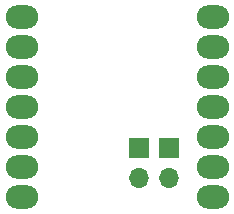
<source format=gbr>
%TF.GenerationSoftware,KiCad,Pcbnew,8.0.8-8.0.8-0~ubuntu24.04.1*%
%TF.CreationDate,2025-03-23T23:28:59+00:00*%
%TF.ProjectId,CONTROLLER_esp32xiao,434f4e54-524f-44c4-9c45-525f65737033,rev?*%
%TF.SameCoordinates,Original*%
%TF.FileFunction,Soldermask,Bot*%
%TF.FilePolarity,Negative*%
%FSLAX46Y46*%
G04 Gerber Fmt 4.6, Leading zero omitted, Abs format (unit mm)*
G04 Created by KiCad (PCBNEW 8.0.8-8.0.8-0~ubuntu24.04.1) date 2025-03-23 23:28:59*
%MOMM*%
%LPD*%
G01*
G04 APERTURE LIST*
G04 Aperture macros list*
%AMRoundRect*
0 Rectangle with rounded corners*
0 $1 Rounding radius*
0 $2 $3 $4 $5 $6 $7 $8 $9 X,Y pos of 4 corners*
0 Add a 4 corners polygon primitive as box body*
4,1,4,$2,$3,$4,$5,$6,$7,$8,$9,$2,$3,0*
0 Add four circle primitives for the rounded corners*
1,1,$1+$1,$2,$3*
1,1,$1+$1,$4,$5*
1,1,$1+$1,$6,$7*
1,1,$1+$1,$8,$9*
0 Add four rect primitives between the rounded corners*
20,1,$1+$1,$2,$3,$4,$5,0*
20,1,$1+$1,$4,$5,$6,$7,0*
20,1,$1+$1,$6,$7,$8,$9,0*
20,1,$1+$1,$8,$9,$2,$3,0*%
G04 Aperture macros list end*
%ADD10R,1.700000X1.700000*%
%ADD11O,1.700000X1.700000*%
%ADD12RoundRect,1.000000X0.375000X0.000010X-0.375000X0.000010X-0.375000X-0.000010X0.375000X-0.000010X0*%
G04 APERTURE END LIST*
D10*
%TO.C,J3*%
X61000000Y-87725000D03*
D11*
X61000000Y-90265000D03*
%TD*%
D10*
%TO.C,J1*%
X58460000Y-87725000D03*
D11*
X58460000Y-90265000D03*
%TD*%
D12*
%TO.C,U2*%
X64665000Y-76621750D03*
X64665000Y-79161750D03*
X64665000Y-81701750D03*
X64665000Y-84241750D03*
X64665000Y-86781750D03*
X64665000Y-89321750D03*
X64665000Y-91861750D03*
X48500000Y-91861750D03*
X48500000Y-89321750D03*
X48500000Y-86781750D03*
X48500000Y-84241750D03*
X48500000Y-81701750D03*
X48500000Y-79161750D03*
X48500000Y-76621750D03*
%TD*%
M02*

</source>
